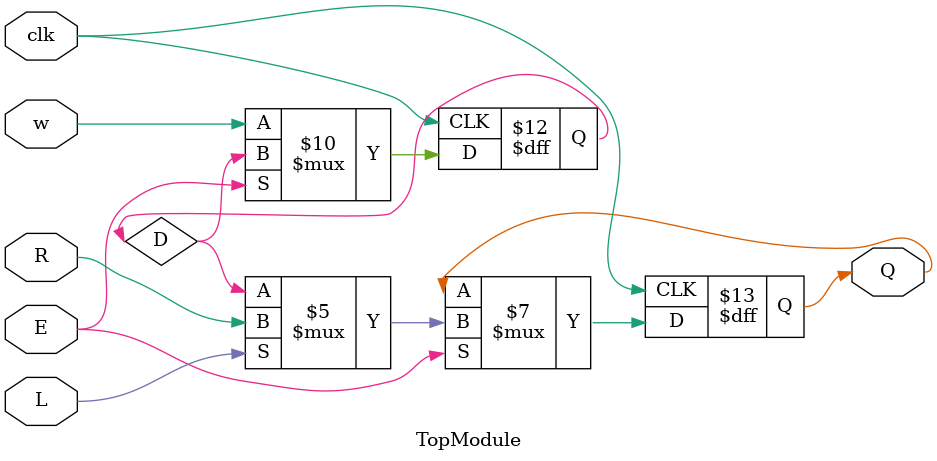
<source format=sv>

module TopModule (
  input clk,
  input w,
  input R,
  input E,
  input L,
  output reg Q
);

// D Flip-flop with enable (E) and load (L) control
always @(posedge clk) begin
  if (E) begin
    if (L) Q <= R; // Load the value from R when L is asserted
    else Q <= D; // Otherwise, keep the previous value in D
  end
  else begin
    D <= w; // When E is deasserted, shift in the input w
  end
end

// Multiplexer for selecting between the input w and the output Q as data for the next stage
assign next_Q = (L ? R : Q);

endmodule

// VERILOG-EVAL: errant inclusion of module definition

</source>
